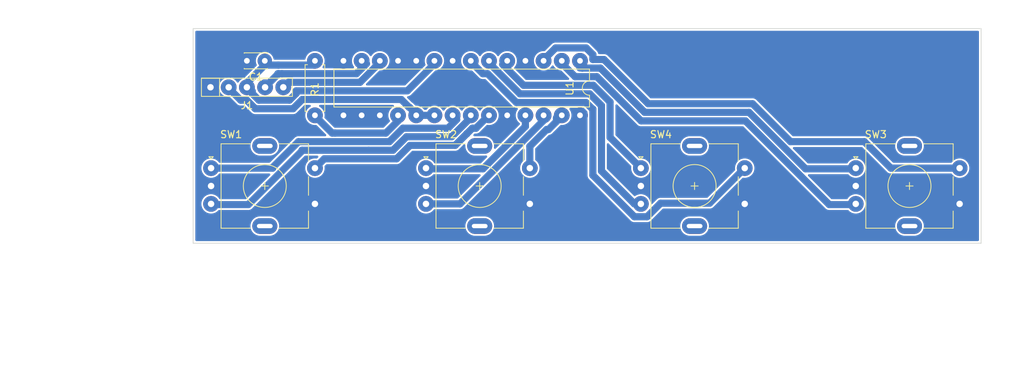
<source format=kicad_pcb>
(kicad_pcb (version 20171130) (host pcbnew "(5.1.6)-1")

  (general
    (thickness 1.6)
    (drawings 6)
    (tracks 130)
    (zones 0)
    (modules 8)
    (nets 19)
  )

  (page A4)
  (layers
    (0 F.Cu signal)
    (31 B.Cu signal)
    (32 B.Adhes user)
    (33 F.Adhes user)
    (34 B.Paste user)
    (35 F.Paste user)
    (36 B.SilkS user)
    (37 F.SilkS user)
    (38 B.Mask user)
    (39 F.Mask user)
    (40 Dwgs.User user)
    (41 Cmts.User user)
    (42 Eco1.User user)
    (43 Eco2.User user)
    (44 Edge.Cuts user)
    (45 Margin user)
    (46 B.CrtYd user)
    (47 F.CrtYd user)
    (48 B.Fab user)
    (49 F.Fab user)
  )

  (setup
    (last_trace_width 1)
    (user_trace_width 0.8)
    (user_trace_width 1)
    (user_trace_width 1.5)
    (user_trace_width 2.2)
    (trace_clearance 0.2)
    (zone_clearance 0.508)
    (zone_45_only no)
    (trace_min 0.2)
    (via_size 0.8)
    (via_drill 0.4)
    (via_min_size 0.4)
    (via_min_drill 0.3)
    (uvia_size 0.3)
    (uvia_drill 0.1)
    (uvias_allowed no)
    (uvia_min_size 0.2)
    (uvia_min_drill 0.1)
    (edge_width 0.1)
    (segment_width 0.2)
    (pcb_text_width 0.3)
    (pcb_text_size 1.5 1.5)
    (mod_edge_width 0.15)
    (mod_text_size 1 1)
    (mod_text_width 0.15)
    (pad_size 1.524 1.524)
    (pad_drill 0.762)
    (pad_to_mask_clearance 0)
    (aux_axis_origin 50 108)
    (grid_origin 50 108)
    (visible_elements FFFFFF7F)
    (pcbplotparams
      (layerselection 0x010fc_ffffffff)
      (usegerberextensions false)
      (usegerberattributes true)
      (usegerberadvancedattributes true)
      (creategerberjobfile true)
      (excludeedgelayer true)
      (linewidth 0.100000)
      (plotframeref false)
      (viasonmask false)
      (mode 1)
      (useauxorigin false)
      (hpglpennumber 1)
      (hpglpenspeed 20)
      (hpglpendiameter 15.000000)
      (psnegative false)
      (psa4output false)
      (plotreference true)
      (plotvalue true)
      (plotinvisibletext false)
      (padsonsilk false)
      (subtractmaskfromsilk false)
      (outputformat 1)
      (mirror false)
      (drillshape 1)
      (scaleselection 1)
      (outputdirectory ""))
  )

  (net 0 "")
  (net 1 +3V3)
  (net 2 GND)
  (net 3 SCL)
  (net 4 SDA)
  (net 5 ROT_INT)
  (net 6 "Net-(R1-Pad2)")
  (net 7 SW1)
  (net 8 ROT1B)
  (net 9 ROT1A)
  (net 10 ROT2A)
  (net 11 ROT2B)
  (net 12 SW2)
  (net 13 SW3)
  (net 14 ROT3B)
  (net 15 ROT3A)
  (net 16 ROT4A)
  (net 17 ROT4B)
  (net 18 SW4)

  (net_class Default "This is the default net class."
    (clearance 0.2)
    (trace_width 0.25)
    (via_dia 0.8)
    (via_drill 0.4)
    (uvia_dia 0.3)
    (uvia_drill 0.1)
    (add_net +3V3)
    (add_net GND)
    (add_net "Net-(R1-Pad2)")
    (add_net ROT1A)
    (add_net ROT1B)
    (add_net ROT2A)
    (add_net ROT2B)
    (add_net ROT3A)
    (add_net ROT3B)
    (add_net ROT4A)
    (add_net ROT4B)
    (add_net ROT_INT)
    (add_net SCL)
    (add_net SDA)
    (add_net SW1)
    (add_net SW2)
    (add_net SW3)
    (add_net SW4)
  )

  (module 0_my_footprints:myCapCeramicSmall (layer F.Cu) (tedit 67A9E63E) (tstamp 67A9E997)
    (at 60 82.5 180)
    (descr "C, Disc series, Radial, pin pitch=2.50mm, , diameter*width=3*2mm^2, Capacitor")
    (tags "C Disc series Radial pin pitch 2.50mm  diameter 3mm width 2mm Capacitor")
    (path /6643CD42)
    (fp_text reference C1 (at 1.25 -2.25) (layer F.SilkS)
      (effects (font (size 1 1) (thickness 0.15)))
    )
    (fp_text value 100nf (at 1.25 2.25) (layer F.Fab)
      (effects (font (size 1 1) (thickness 0.15)))
    )
    (fp_line (start -0.25 -1) (end -0.25 1) (layer F.Fab) (width 0.1))
    (fp_line (start -0.25 1) (end 2.75 1) (layer F.Fab) (width 0.1))
    (fp_line (start 2.75 1) (end 2.75 -1) (layer F.Fab) (width 0.1))
    (fp_line (start 2.75 -1) (end -0.25 -1) (layer F.Fab) (width 0.1))
    (fp_line (start -0.37 -1.12) (end 2.87 -1.12) (layer F.SilkS) (width 0.12))
    (fp_line (start -0.37 1.12) (end 2.87 1.12) (layer F.SilkS) (width 0.12))
    (fp_line (start -0.37 -1.12) (end -0.37 -1.055) (layer F.SilkS) (width 0.12))
    (fp_line (start -0.37 1.055) (end -0.37 1.12) (layer F.SilkS) (width 0.12))
    (fp_line (start 2.87 -1.12) (end 2.87 -1.055) (layer F.SilkS) (width 0.12))
    (fp_line (start 2.87 1.055) (end 2.87 1.12) (layer F.SilkS) (width 0.12))
    (fp_line (start -1.05 -1.25) (end -1.05 1.25) (layer F.CrtYd) (width 0.05))
    (fp_line (start -1.05 1.25) (end 3.55 1.25) (layer F.CrtYd) (width 0.05))
    (fp_line (start 3.55 1.25) (end 3.55 -1.25) (layer F.CrtYd) (width 0.05))
    (fp_line (start 3.55 -1.25) (end -1.05 -1.25) (layer F.CrtYd) (width 0.05))
    (fp_text user %R (at 1.25 0) (layer F.Fab)
      (effects (font (size 0.6 0.6) (thickness 0.09)))
    )
    (pad 1 thru_hole circle (at 0 0 180) (size 2 2) (drill 0.8) (layers *.Cu *.Mask)
      (net 1 +3V3))
    (pad 2 thru_hole circle (at 2.5 0 180) (size 2 2) (drill 0.8) (layers *.Cu *.Mask)
      (net 2 GND))
    (model ${KISYS3DMOD}/Capacitor_THT.3dshapes/C_Disc_D3.0mm_W2.0mm_P2.50mm.wrl
      (at (xyz 0 0 0))
      (scale (xyz 1 1 1))
      (rotate (xyz 0 0 0))
    )
  )

  (module 0_my_footprints:my5Pin (layer F.Cu) (tedit 64C5B4E3) (tstamp 67A9E9A6)
    (at 57.5 86.2)
    (path /663EE45D)
    (fp_text reference J1 (at 0 2.54) (layer F.SilkS)
      (effects (font (size 1 1) (thickness 0.15)))
    )
    (fp_text value Conn_01x05 (at 0 -2.54) (layer F.Fab)
      (effects (font (size 1 1) (thickness 0.15)))
    )
    (fp_line (start -6.35 -1.27) (end -6.35 1.27) (layer F.SilkS) (width 0.12))
    (fp_line (start -6.35 1.27) (end 6.35 1.27) (layer F.SilkS) (width 0.12))
    (fp_line (start 6.35 1.27) (end 6.35 -1.27) (layer F.SilkS) (width 0.12))
    (fp_line (start 6.35 -1.27) (end -6.35 -1.27) (layer F.SilkS) (width 0.12))
    (fp_line (start -6.35 -1.27) (end -3.81 -1.27) (layer F.SilkS) (width 0.12))
    (fp_line (start -3.81 -1.27) (end -3.81 1.27) (layer F.SilkS) (width 0.12))
    (pad 1 thru_hole circle (at -5.08 0) (size 2.2 2.2) (drill 0.9) (layers *.Cu *.Mask)
      (net 2 GND))
    (pad 2 thru_hole circle (at -2.54 0) (size 2.2 2.2) (drill 0.9) (layers *.Cu *.Mask)
      (net 5 ROT_INT))
    (pad 3 thru_hole circle (at 0 0) (size 2.2 2.2) (drill 0.9) (layers *.Cu *.Mask)
      (net 1 +3V3))
    (pad 4 thru_hole circle (at 2.54 0) (size 2.2 2.2) (drill 0.9) (layers *.Cu *.Mask)
      (net 4 SDA))
    (pad 5 thru_hole circle (at 5.08 0) (size 2.2 2.2) (drill 0.9) (layers *.Cu *.Mask)
      (net 3 SCL))
  )

  (module 0_my_footprints:myResistor (layer F.Cu) (tedit 663A7FBA) (tstamp 67A9E9BD)
    (at 67 82.5 270)
    (descr "Resistor, Axial_DIN0207 series, Axial, Horizontal, pin pitch=7.62mm, 0.25W = 1/4W, length*diameter=6.3*2.5mm^2, http://cdn-reichelt.de/documents/datenblatt/B400/1_4W%23YAG.pdf")
    (tags "Resistor Axial_DIN0207 series Axial Horizontal pin pitch 7.62mm 0.25W = 1/4W length 6.3mm diameter 2.5mm")
    (path /6643CB12)
    (fp_text reference R1 (at 4 0 90) (layer F.SilkS)
      (effects (font (size 1 1) (thickness 0.15)))
    )
    (fp_text value 10K (at 3.81 2.37 90) (layer F.Fab)
      (effects (font (size 1 1) (thickness 0.15)))
    )
    (fp_line (start 0.66 -1.25) (end 0.66 1.25) (layer F.Fab) (width 0.1))
    (fp_line (start 0.66 1.25) (end 6.96 1.25) (layer F.Fab) (width 0.1))
    (fp_line (start 6.96 1.25) (end 6.96 -1.25) (layer F.Fab) (width 0.1))
    (fp_line (start 6.96 -1.25) (end 0.66 -1.25) (layer F.Fab) (width 0.1))
    (fp_line (start 0 0) (end 0.66 0) (layer F.Fab) (width 0.1))
    (fp_line (start 7.62 0) (end 6.96 0) (layer F.Fab) (width 0.1))
    (fp_line (start 0.54 -1.04) (end 0.54 -1.37) (layer F.SilkS) (width 0.12))
    (fp_line (start 0.54 -1.37) (end 7.08 -1.37) (layer F.SilkS) (width 0.12))
    (fp_line (start 7.08 -1.37) (end 7.08 -1.04) (layer F.SilkS) (width 0.12))
    (fp_line (start 0.54 1.04) (end 0.54 1.37) (layer F.SilkS) (width 0.12))
    (fp_line (start 0.54 1.37) (end 7.08 1.37) (layer F.SilkS) (width 0.12))
    (fp_line (start 7.08 1.37) (end 7.08 1.04) (layer F.SilkS) (width 0.12))
    (fp_line (start -1.05 -1.5) (end -1.05 1.5) (layer F.CrtYd) (width 0.05))
    (fp_line (start -1.05 1.5) (end 8.67 1.5) (layer F.CrtYd) (width 0.05))
    (fp_line (start 8.67 1.5) (end 8.67 -1.5) (layer F.CrtYd) (width 0.05))
    (fp_line (start 8.67 -1.5) (end -1.05 -1.5) (layer F.CrtYd) (width 0.05))
    (fp_text user %R (at 3.81 0 90) (layer F.Fab)
      (effects (font (size 1 1) (thickness 0.15)))
    )
    (pad 1 thru_hole circle (at 0 0 270) (size 2.2 2.2) (drill 0.8) (layers *.Cu *.Mask)
      (net 1 +3V3))
    (pad 2 thru_hole circle (at 7.62 0 270) (size 2.2 2.2) (drill 0.8) (layers *.Cu *.Mask)
      (net 6 "Net-(R1-Pad2)"))
    (model ${KISYS3DMOD}/Resistor_THT.3dshapes/R_Axial_DIN0207_L6.3mm_D2.5mm_P7.62mm_Horizontal.wrl
      (at (xyz 0 0 0))
      (scale (xyz 1 1 1))
      (rotate (xyz 0 0 0))
    )
  )

  (module 0_my_footprints:myRotaryEncoder (layer F.Cu) (tedit 67A9E49B) (tstamp 67A9E9E3)
    (at 60 100)
    (descr "Alps rotary encoder, EC12E... with switch, vertical shaft, http://www.alps.com/prod/info/E/HTML/Encoder/Incremental/EC11/EC11E15204A3.html")
    (tags "rotary encoder")
    (path /663E57E0)
    (fp_text reference SW1 (at -4.7 -7.2) (layer F.SilkS)
      (effects (font (size 1 1) (thickness 0.15)))
    )
    (fp_text value ROT1 (at 0 7.9) (layer F.Fab)
      (effects (font (size 1 1) (thickness 0.15)))
    )
    (fp_circle (center 0 0) (end 3 0) (layer F.Fab) (width 0.12))
    (fp_circle (center 0 0) (end 3 0) (layer F.SilkS) (width 0.12))
    (fp_line (start 8.5 7.1) (end -9 7.1) (layer F.CrtYd) (width 0.05))
    (fp_line (start 8.5 7.1) (end 8.5 -7.1) (layer F.CrtYd) (width 0.05))
    (fp_line (start -9 -7.1) (end -9 7.1) (layer F.CrtYd) (width 0.05))
    (fp_line (start -9 -7.1) (end 8.5 -7.1) (layer F.CrtYd) (width 0.05))
    (fp_line (start -5 -5.8) (end 6 -5.8) (layer F.Fab) (width 0.12))
    (fp_line (start 6 -5.8) (end 6 5.8) (layer F.Fab) (width 0.12))
    (fp_line (start 6 5.8) (end -6 5.8) (layer F.Fab) (width 0.12))
    (fp_line (start -6 5.8) (end -6 -4.7) (layer F.Fab) (width 0.12))
    (fp_line (start -6 -4.7) (end -5 -5.8) (layer F.Fab) (width 0.12))
    (fp_line (start 2 -5.9) (end 6.1 -5.9) (layer F.SilkS) (width 0.12))
    (fp_line (start 6.1 5.9) (end 2 5.9) (layer F.SilkS) (width 0.12))
    (fp_line (start -2 5.9) (end -6.1 5.9) (layer F.SilkS) (width 0.12))
    (fp_line (start -2 -5.9) (end -6.1 -5.9) (layer F.SilkS) (width 0.12))
    (fp_line (start -6.1 -5.9) (end -6.1 5.9) (layer F.SilkS) (width 0.12))
    (fp_line (start -7.5 -3.8) (end -7.8 -4.1) (layer F.SilkS) (width 0.12))
    (fp_line (start -7.8 -4.1) (end -7.2 -4.1) (layer F.SilkS) (width 0.12))
    (fp_line (start -7.2 -4.1) (end -7.5 -3.8) (layer F.SilkS) (width 0.12))
    (fp_line (start 0 -3) (end 0 3) (layer F.Fab) (width 0.12))
    (fp_line (start -3 0) (end 3 0) (layer F.Fab) (width 0.12))
    (fp_line (start 6.1 -5.9) (end 6.1 -3.5) (layer F.SilkS) (width 0.12))
    (fp_line (start 6.1 -1.3) (end 6.1 1.3) (layer F.SilkS) (width 0.12))
    (fp_line (start 6.1 3.5) (end 6.1 5.9) (layer F.SilkS) (width 0.12))
    (fp_line (start 0 -0.5) (end 0 0.5) (layer F.SilkS) (width 0.12))
    (fp_line (start -0.5 0) (end 0.5 0) (layer F.SilkS) (width 0.12))
    (fp_text user %R (at 3.6 3.8) (layer F.Fab)
      (effects (font (size 1 1) (thickness 0.15)))
    )
    (pad S2 thru_hole circle (at 7 2.5) (size 2.2 2.2) (drill 0.9) (layers *.Cu *.Mask)
      (net 2 GND))
    (pad S1 thru_hole circle (at 7 -2.5) (size 2.2 2.2) (drill 0.9) (layers *.Cu *.Mask)
      (net 7 SW1))
    (pad "" thru_hole oval (at 0 5.6) (size 3.5 2.2) (drill oval 2.2 0.6) (layers *.Cu *.Mask))
    (pad "" thru_hole oval (at 0 -5.6) (size 3.5 2.2) (drill oval 2.2 0.6) (layers *.Cu *.Mask))
    (pad B thru_hole circle (at -7.5 2.5) (size 2.2 2.2) (drill 0.9) (layers *.Cu *.Mask)
      (net 8 ROT1B))
    (pad C thru_hole circle (at -7.5 0) (size 2.2 2.2) (drill 0.9) (layers *.Cu *.Mask)
      (net 2 GND))
    (pad A thru_hole circle (at -7.5 -2.5) (size 2.2 2.2) (drill 0.9) (layers *.Cu *.Mask)
      (net 9 ROT1A))
    (model C:/src/kiCad/libraries/my_3d_files/EC11_Rotary_Encoder_Switched.step
      (at (xyz 0 0 0))
      (scale (xyz 1 1 1))
      (rotate (xyz 0 0 90))
    )
  )

  (module 0_my_footprints:myRotaryEncoder (layer F.Cu) (tedit 67A9E49B) (tstamp 67A9EA09)
    (at 90 100)
    (descr "Alps rotary encoder, EC12E... with switch, vertical shaft, http://www.alps.com/prod/info/E/HTML/Encoder/Incremental/EC11/EC11E15204A3.html")
    (tags "rotary encoder")
    (path /663F3D60)
    (fp_text reference SW2 (at -4.7 -7.2) (layer F.SilkS)
      (effects (font (size 1 1) (thickness 0.15)))
    )
    (fp_text value ROT2 (at 0 7.9) (layer F.Fab)
      (effects (font (size 1 1) (thickness 0.15)))
    )
    (fp_text user %R (at 3.6 3.8) (layer F.Fab)
      (effects (font (size 1 1) (thickness 0.15)))
    )
    (fp_line (start -0.5 0) (end 0.5 0) (layer F.SilkS) (width 0.12))
    (fp_line (start 0 -0.5) (end 0 0.5) (layer F.SilkS) (width 0.12))
    (fp_line (start 6.1 3.5) (end 6.1 5.9) (layer F.SilkS) (width 0.12))
    (fp_line (start 6.1 -1.3) (end 6.1 1.3) (layer F.SilkS) (width 0.12))
    (fp_line (start 6.1 -5.9) (end 6.1 -3.5) (layer F.SilkS) (width 0.12))
    (fp_line (start -3 0) (end 3 0) (layer F.Fab) (width 0.12))
    (fp_line (start 0 -3) (end 0 3) (layer F.Fab) (width 0.12))
    (fp_line (start -7.2 -4.1) (end -7.5 -3.8) (layer F.SilkS) (width 0.12))
    (fp_line (start -7.8 -4.1) (end -7.2 -4.1) (layer F.SilkS) (width 0.12))
    (fp_line (start -7.5 -3.8) (end -7.8 -4.1) (layer F.SilkS) (width 0.12))
    (fp_line (start -6.1 -5.9) (end -6.1 5.9) (layer F.SilkS) (width 0.12))
    (fp_line (start -2 -5.9) (end -6.1 -5.9) (layer F.SilkS) (width 0.12))
    (fp_line (start -2 5.9) (end -6.1 5.9) (layer F.SilkS) (width 0.12))
    (fp_line (start 6.1 5.9) (end 2 5.9) (layer F.SilkS) (width 0.12))
    (fp_line (start 2 -5.9) (end 6.1 -5.9) (layer F.SilkS) (width 0.12))
    (fp_line (start -6 -4.7) (end -5 -5.8) (layer F.Fab) (width 0.12))
    (fp_line (start -6 5.8) (end -6 -4.7) (layer F.Fab) (width 0.12))
    (fp_line (start 6 5.8) (end -6 5.8) (layer F.Fab) (width 0.12))
    (fp_line (start 6 -5.8) (end 6 5.8) (layer F.Fab) (width 0.12))
    (fp_line (start -5 -5.8) (end 6 -5.8) (layer F.Fab) (width 0.12))
    (fp_line (start -9 -7.1) (end 8.5 -7.1) (layer F.CrtYd) (width 0.05))
    (fp_line (start -9 -7.1) (end -9 7.1) (layer F.CrtYd) (width 0.05))
    (fp_line (start 8.5 7.1) (end 8.5 -7.1) (layer F.CrtYd) (width 0.05))
    (fp_line (start 8.5 7.1) (end -9 7.1) (layer F.CrtYd) (width 0.05))
    (fp_circle (center 0 0) (end 3 0) (layer F.SilkS) (width 0.12))
    (fp_circle (center 0 0) (end 3 0) (layer F.Fab) (width 0.12))
    (pad A thru_hole circle (at -7.5 -2.5) (size 2.2 2.2) (drill 0.9) (layers *.Cu *.Mask)
      (net 10 ROT2A))
    (pad C thru_hole circle (at -7.5 0) (size 2.2 2.2) (drill 0.9) (layers *.Cu *.Mask)
      (net 2 GND))
    (pad B thru_hole circle (at -7.5 2.5) (size 2.2 2.2) (drill 0.9) (layers *.Cu *.Mask)
      (net 11 ROT2B))
    (pad "" thru_hole oval (at 0 -5.6) (size 3.5 2.2) (drill oval 2.2 0.6) (layers *.Cu *.Mask))
    (pad "" thru_hole oval (at 0 5.6) (size 3.5 2.2) (drill oval 2.2 0.6) (layers *.Cu *.Mask))
    (pad S1 thru_hole circle (at 7 -2.5) (size 2.2 2.2) (drill 0.9) (layers *.Cu *.Mask)
      (net 12 SW2))
    (pad S2 thru_hole circle (at 7 2.5) (size 2.2 2.2) (drill 0.9) (layers *.Cu *.Mask)
      (net 2 GND))
    (model C:/src/kiCad/libraries/my_3d_files/EC11_Rotary_Encoder_Switched.step
      (at (xyz 0 0 0))
      (scale (xyz 1 1 1))
      (rotate (xyz 0 0 90))
    )
  )

  (module 0_my_footprints:myRotaryEncoder (layer F.Cu) (tedit 67A9E49B) (tstamp 67A9EA2F)
    (at 150 100)
    (descr "Alps rotary encoder, EC12E... with switch, vertical shaft, http://www.alps.com/prod/info/E/HTML/Encoder/Incremental/EC11/EC11E15204A3.html")
    (tags "rotary encoder")
    (path /663F4490)
    (fp_text reference SW3 (at -4.7 -7.2) (layer F.SilkS)
      (effects (font (size 1 1) (thickness 0.15)))
    )
    (fp_text value ROT3 (at 0 7.9) (layer F.Fab)
      (effects (font (size 1 1) (thickness 0.15)))
    )
    (fp_circle (center 0 0) (end 3 0) (layer F.Fab) (width 0.12))
    (fp_circle (center 0 0) (end 3 0) (layer F.SilkS) (width 0.12))
    (fp_line (start 8.5 7.1) (end -9 7.1) (layer F.CrtYd) (width 0.05))
    (fp_line (start 8.5 7.1) (end 8.5 -7.1) (layer F.CrtYd) (width 0.05))
    (fp_line (start -9 -7.1) (end -9 7.1) (layer F.CrtYd) (width 0.05))
    (fp_line (start -9 -7.1) (end 8.5 -7.1) (layer F.CrtYd) (width 0.05))
    (fp_line (start -5 -5.8) (end 6 -5.8) (layer F.Fab) (width 0.12))
    (fp_line (start 6 -5.8) (end 6 5.8) (layer F.Fab) (width 0.12))
    (fp_line (start 6 5.8) (end -6 5.8) (layer F.Fab) (width 0.12))
    (fp_line (start -6 5.8) (end -6 -4.7) (layer F.Fab) (width 0.12))
    (fp_line (start -6 -4.7) (end -5 -5.8) (layer F.Fab) (width 0.12))
    (fp_line (start 2 -5.9) (end 6.1 -5.9) (layer F.SilkS) (width 0.12))
    (fp_line (start 6.1 5.9) (end 2 5.9) (layer F.SilkS) (width 0.12))
    (fp_line (start -2 5.9) (end -6.1 5.9) (layer F.SilkS) (width 0.12))
    (fp_line (start -2 -5.9) (end -6.1 -5.9) (layer F.SilkS) (width 0.12))
    (fp_line (start -6.1 -5.9) (end -6.1 5.9) (layer F.SilkS) (width 0.12))
    (fp_line (start -7.5 -3.8) (end -7.8 -4.1) (layer F.SilkS) (width 0.12))
    (fp_line (start -7.8 -4.1) (end -7.2 -4.1) (layer F.SilkS) (width 0.12))
    (fp_line (start -7.2 -4.1) (end -7.5 -3.8) (layer F.SilkS) (width 0.12))
    (fp_line (start 0 -3) (end 0 3) (layer F.Fab) (width 0.12))
    (fp_line (start -3 0) (end 3 0) (layer F.Fab) (width 0.12))
    (fp_line (start 6.1 -5.9) (end 6.1 -3.5) (layer F.SilkS) (width 0.12))
    (fp_line (start 6.1 -1.3) (end 6.1 1.3) (layer F.SilkS) (width 0.12))
    (fp_line (start 6.1 3.5) (end 6.1 5.9) (layer F.SilkS) (width 0.12))
    (fp_line (start 0 -0.5) (end 0 0.5) (layer F.SilkS) (width 0.12))
    (fp_line (start -0.5 0) (end 0.5 0) (layer F.SilkS) (width 0.12))
    (fp_text user %R (at 3.6 3.8) (layer F.Fab)
      (effects (font (size 1 1) (thickness 0.15)))
    )
    (pad S2 thru_hole circle (at 7 2.5) (size 2.2 2.2) (drill 0.9) (layers *.Cu *.Mask)
      (net 2 GND))
    (pad S1 thru_hole circle (at 7 -2.5) (size 2.2 2.2) (drill 0.9) (layers *.Cu *.Mask)
      (net 13 SW3))
    (pad "" thru_hole oval (at 0 5.6) (size 3.5 2.2) (drill oval 2.2 0.6) (layers *.Cu *.Mask))
    (pad "" thru_hole oval (at 0 -5.6) (size 3.5 2.2) (drill oval 2.2 0.6) (layers *.Cu *.Mask))
    (pad B thru_hole circle (at -7.5 2.5) (size 2.2 2.2) (drill 0.9) (layers *.Cu *.Mask)
      (net 14 ROT3B))
    (pad C thru_hole circle (at -7.5 0) (size 2.2 2.2) (drill 0.9) (layers *.Cu *.Mask)
      (net 2 GND))
    (pad A thru_hole circle (at -7.5 -2.5) (size 2.2 2.2) (drill 0.9) (layers *.Cu *.Mask)
      (net 15 ROT3A))
    (model C:/src/kiCad/libraries/my_3d_files/EC11_Rotary_Encoder_Switched.step
      (at (xyz 0 0 0))
      (scale (xyz 1 1 1))
      (rotate (xyz 0 0 90))
    )
  )

  (module 0_my_footprints:myRotaryEncoder (layer F.Cu) (tedit 67A9E49B) (tstamp 67A9EA55)
    (at 120 100)
    (descr "Alps rotary encoder, EC12E... with switch, vertical shaft, http://www.alps.com/prod/info/E/HTML/Encoder/Incremental/EC11/EC11E15204A3.html")
    (tags "rotary encoder")
    (path /663F4B46)
    (fp_text reference SW4 (at -4.7 -7.2) (layer F.SilkS)
      (effects (font (size 1 1) (thickness 0.15)))
    )
    (fp_text value ROT4 (at 0 7.9) (layer F.Fab)
      (effects (font (size 1 1) (thickness 0.15)))
    )
    (fp_text user %R (at 3.6 3.8) (layer F.Fab)
      (effects (font (size 1 1) (thickness 0.15)))
    )
    (fp_line (start -0.5 0) (end 0.5 0) (layer F.SilkS) (width 0.12))
    (fp_line (start 0 -0.5) (end 0 0.5) (layer F.SilkS) (width 0.12))
    (fp_line (start 6.1 3.5) (end 6.1 5.9) (layer F.SilkS) (width 0.12))
    (fp_line (start 6.1 -1.3) (end 6.1 1.3) (layer F.SilkS) (width 0.12))
    (fp_line (start 6.1 -5.9) (end 6.1 -3.5) (layer F.SilkS) (width 0.12))
    (fp_line (start -3 0) (end 3 0) (layer F.Fab) (width 0.12))
    (fp_line (start 0 -3) (end 0 3) (layer F.Fab) (width 0.12))
    (fp_line (start -7.2 -4.1) (end -7.5 -3.8) (layer F.SilkS) (width 0.12))
    (fp_line (start -7.8 -4.1) (end -7.2 -4.1) (layer F.SilkS) (width 0.12))
    (fp_line (start -7.5 -3.8) (end -7.8 -4.1) (layer F.SilkS) (width 0.12))
    (fp_line (start -6.1 -5.9) (end -6.1 5.9) (layer F.SilkS) (width 0.12))
    (fp_line (start -2 -5.9) (end -6.1 -5.9) (layer F.SilkS) (width 0.12))
    (fp_line (start -2 5.9) (end -6.1 5.9) (layer F.SilkS) (width 0.12))
    (fp_line (start 6.1 5.9) (end 2 5.9) (layer F.SilkS) (width 0.12))
    (fp_line (start 2 -5.9) (end 6.1 -5.9) (layer F.SilkS) (width 0.12))
    (fp_line (start -6 -4.7) (end -5 -5.8) (layer F.Fab) (width 0.12))
    (fp_line (start -6 5.8) (end -6 -4.7) (layer F.Fab) (width 0.12))
    (fp_line (start 6 5.8) (end -6 5.8) (layer F.Fab) (width 0.12))
    (fp_line (start 6 -5.8) (end 6 5.8) (layer F.Fab) (width 0.12))
    (fp_line (start -5 -5.8) (end 6 -5.8) (layer F.Fab) (width 0.12))
    (fp_line (start -9 -7.1) (end 8.5 -7.1) (layer F.CrtYd) (width 0.05))
    (fp_line (start -9 -7.1) (end -9 7.1) (layer F.CrtYd) (width 0.05))
    (fp_line (start 8.5 7.1) (end 8.5 -7.1) (layer F.CrtYd) (width 0.05))
    (fp_line (start 8.5 7.1) (end -9 7.1) (layer F.CrtYd) (width 0.05))
    (fp_circle (center 0 0) (end 3 0) (layer F.SilkS) (width 0.12))
    (fp_circle (center 0 0) (end 3 0) (layer F.Fab) (width 0.12))
    (pad A thru_hole circle (at -7.5 -2.5) (size 2.2 2.2) (drill 0.9) (layers *.Cu *.Mask)
      (net 16 ROT4A))
    (pad C thru_hole circle (at -7.5 0) (size 2.2 2.2) (drill 0.9) (layers *.Cu *.Mask)
      (net 2 GND))
    (pad B thru_hole circle (at -7.5 2.5) (size 2.2 2.2) (drill 0.9) (layers *.Cu *.Mask)
      (net 17 ROT4B))
    (pad "" thru_hole oval (at 0 -5.6) (size 3.5 2.2) (drill oval 2.2 0.6) (layers *.Cu *.Mask))
    (pad "" thru_hole oval (at 0 5.6) (size 3.5 2.2) (drill oval 2.2 0.6) (layers *.Cu *.Mask))
    (pad S1 thru_hole circle (at 7 -2.5) (size 2.2 2.2) (drill 0.9) (layers *.Cu *.Mask)
      (net 18 SW4))
    (pad S2 thru_hole circle (at 7 2.5) (size 2.2 2.2) (drill 0.9) (layers *.Cu *.Mask)
      (net 2 GND))
    (model C:/src/kiCad/libraries/my_3d_files/EC11_Rotary_Encoder_Switched.step
      (at (xyz 0 0 0))
      (scale (xyz 1 1 1))
      (rotate (xyz 0 0 90))
    )
  )

  (module 0_my_footprints:myDip28 (layer F.Cu) (tedit 67A9E55E) (tstamp 67A9EA85)
    (at 104 82.5 270)
    (descr "28-lead though-hole mounted DIP package, row spacing 7.62 mm (300 mils)")
    (tags "THT DIP DIL PDIP 2.54mm 7.62mm 300mil")
    (path /663ECAFA)
    (fp_text reference U1 (at 3.874999 1.424999 90) (layer F.SilkS)
      (effects (font (size 1 1) (thickness 0.15)))
    )
    (fp_text value mcp23017 (at 3.5 36 90) (layer F.Fab)
      (effects (font (size 1 1) (thickness 0.15)))
    )
    (fp_line (start 8.7 -1.55) (end -1.1 -1.55) (layer F.CrtYd) (width 0.05))
    (fp_line (start 8.7 34.55) (end 8.7 -1.55) (layer F.CrtYd) (width 0.05))
    (fp_line (start -1.1 34.55) (end 8.7 34.55) (layer F.CrtYd) (width 0.05))
    (fp_line (start -1.1 -1.55) (end -1.1 34.55) (layer F.CrtYd) (width 0.05))
    (fp_line (start 6.46 -1.33) (end 4.81 -1.33) (layer F.SilkS) (width 0.12))
    (fp_line (start 6.46 34.35) (end 6.46 -1.33) (layer F.SilkS) (width 0.12))
    (fp_line (start 1.16 34.35) (end 6.46 34.35) (layer F.SilkS) (width 0.12))
    (fp_line (start 1.16 -1.33) (end 1.16 34.35) (layer F.SilkS) (width 0.12))
    (fp_line (start 2.81 -1.33) (end 1.16 -1.33) (layer F.SilkS) (width 0.12))
    (fp_line (start 0.635 -0.27) (end 1.635 -1.27) (layer F.Fab) (width 0.1))
    (fp_line (start 0.635 34.29) (end 0.635 -0.27) (layer F.Fab) (width 0.1))
    (fp_line (start 6.985 34.29) (end 0.635 34.29) (layer F.Fab) (width 0.1))
    (fp_line (start 6.985 -1.27) (end 6.985 34.29) (layer F.Fab) (width 0.1))
    (fp_line (start 1.635 -1.27) (end 6.985 -1.27) (layer F.Fab) (width 0.1))
    (fp_arc (start 3.81 -1.33) (end 2.81 -1.33) (angle -180) (layer F.SilkS) (width 0.12))
    (fp_text user %R (at 3.81 16.51 90) (layer F.Fab)
      (effects (font (size 1 1) (thickness 0.15)))
    )
    (pad 1 thru_hole circle (at 0 0 270) (size 2.2 2.2) (drill 0.8) (layers *.Cu *.Mask)
      (net 15 ROT3A))
    (pad 15 thru_hole circle (at 7.62 33.02 270) (size 2.2 2.2) (drill 0.8) (layers *.Cu *.Mask)
      (net 2 GND))
    (pad 2 thru_hole circle (at 0 2.54 270) (size 2.2 2.2) (drill 0.8) (layers *.Cu *.Mask)
      (net 14 ROT3B))
    (pad 16 thru_hole circle (at 7.62 30.48 270) (size 2.2 2.2) (drill 0.8) (layers *.Cu *.Mask)
      (net 2 GND))
    (pad 3 thru_hole circle (at 0 5.08 270) (size 2.2 2.2) (drill 0.8) (layers *.Cu *.Mask)
      (net 13 SW3))
    (pad 17 thru_hole circle (at 7.62 27.94 270) (size 2.2 2.2) (drill 0.8) (layers *.Cu *.Mask)
      (net 2 GND))
    (pad 4 thru_hole circle (at 0 7.62 270) (size 2.2 2.2) (drill 0.8) (layers *.Cu *.Mask)
      (net 2 GND))
    (pad 18 thru_hole circle (at 7.62 25.4 270) (size 2.2 2.2) (drill 0.8) (layers *.Cu *.Mask)
      (net 6 "Net-(R1-Pad2)"))
    (pad 5 thru_hole circle (at 0 10.16 270) (size 2.2 2.2) (drill 0.8) (layers *.Cu *.Mask)
      (net 16 ROT4A))
    (pad 19 thru_hole circle (at 7.62 22.86 270) (size 2.2 2.2) (drill 0.8) (layers *.Cu *.Mask)
      (net 5 ROT_INT))
    (pad 6 thru_hole circle (at 0 12.7 270) (size 2.2 2.2) (drill 0.8) (layers *.Cu *.Mask)
      (net 17 ROT4B))
    (pad 20 thru_hole circle (at 7.62 20.32 270) (size 2.2 2.2) (drill 0.8) (layers *.Cu *.Mask)
      (net 5 ROT_INT))
    (pad 7 thru_hole circle (at 0 15.24 270) (size 2.2 2.2) (drill 0.8) (layers *.Cu *.Mask)
      (net 18 SW4))
    (pad 21 thru_hole circle (at 7.62 17.78 270) (size 2.2 2.2) (drill 0.8) (layers *.Cu *.Mask)
      (net 9 ROT1A))
    (pad 8 thru_hole circle (at 0 17.78 270) (size 2.2 2.2) (drill 0.8) (layers *.Cu *.Mask)
      (net 2 GND))
    (pad 22 thru_hole circle (at 7.62 15.24 270) (size 2.2 2.2) (drill 0.8) (layers *.Cu *.Mask)
      (net 8 ROT1B))
    (pad 9 thru_hole circle (at 0 20.32 270) (size 2.2 2.2) (drill 0.8) (layers *.Cu *.Mask)
      (net 1 +3V3))
    (pad 23 thru_hole circle (at 7.62 12.7 270) (size 2.2 2.2) (drill 0.8) (layers *.Cu *.Mask)
      (net 7 SW1))
    (pad 10 thru_hole circle (at 0 22.86 270) (size 2.2 2.2) (drill 0.8) (layers *.Cu *.Mask)
      (net 2 GND))
    (pad 24 thru_hole circle (at 7.62 10.16 270) (size 2.2 2.2) (drill 0.8) (layers *.Cu *.Mask)
      (net 2 GND))
    (pad 11 thru_hole circle (at 0 25.4 270) (size 2.2 2.2) (drill 0.8) (layers *.Cu *.Mask)
      (net 2 GND))
    (pad 25 thru_hole circle (at 7.62 7.62 270) (size 2.2 2.2) (drill 0.8) (layers *.Cu *.Mask)
      (net 10 ROT2A))
    (pad 12 thru_hole circle (at 0 27.94 270) (size 2.2 2.2) (drill 0.8) (layers *.Cu *.Mask)
      (net 3 SCL))
    (pad 26 thru_hole circle (at 7.62 5.08 270) (size 2.2 2.2) (drill 0.8) (layers *.Cu *.Mask)
      (net 11 ROT2B))
    (pad 13 thru_hole circle (at 0 30.48 270) (size 2.2 2.2) (drill 0.8) (layers *.Cu *.Mask)
      (net 4 SDA))
    (pad 27 thru_hole circle (at 7.62 2.54 270) (size 2.2 2.2) (drill 0.8) (layers *.Cu *.Mask)
      (net 12 SW2))
    (pad 14 thru_hole circle (at 0 33.02 270) (size 2.2 2.2) (drill 0.8) (layers *.Cu *.Mask)
      (net 2 GND))
    (pad 28 thru_hole circle (at 7.62 0 270) (size 2.2 2.2) (drill 0.8) (layers *.Cu *.Mask)
      (net 2 GND))
    (model ${KISYS3DMOD}/Package_DIP.3dshapes/DIP-28_W7.62mm.wrl
      (at (xyz 0 0 0))
      (scale (xyz 1 1 1))
      (rotate (xyz 0 0 0))
    )
  )

  (gr_line (start 160 78) (end 160 108) (layer Edge.Cuts) (width 0.1) (tstamp 67A9FBE7))
  (gr_line (start 50 78) (end 160 78) (layer Edge.Cuts) (width 0.1))
  (gr_line (start 50 108) (end 50 78) (layer Edge.Cuts) (width 0.1))
  (gr_line (start 50 108) (end 160 108) (layer Edge.Cuts) (width 0.1))
  (dimension 30 (width 0.15) (layer Dwgs.User)
    (gr_text "30.000 mm" (at 26.7 93 90) (layer Dwgs.User)
      (effects (font (size 1 1) (thickness 0.15)))
    )
    (feature1 (pts (xy 50 78) (xy 27.413579 78)))
    (feature2 (pts (xy 50 108) (xy 27.413579 108)))
    (crossbar (pts (xy 28 108) (xy 28 78)))
    (arrow1a (pts (xy 28 78) (xy 28.586421 79.126504)))
    (arrow1b (pts (xy 28 78) (xy 27.413579 79.126504)))
    (arrow2a (pts (xy 28 108) (xy 28.586421 106.873496)))
    (arrow2b (pts (xy 28 108) (xy 27.413579 106.873496)))
  )
  (dimension 110 (width 0.15) (layer Dwgs.User)
    (gr_text "110.000 mm" (at 105 128.3) (layer Dwgs.User)
      (effects (font (size 1 1) (thickness 0.15)))
    )
    (feature1 (pts (xy 160 108) (xy 160 127.586421)))
    (feature2 (pts (xy 50 108) (xy 50 127.586421)))
    (crossbar (pts (xy 50 127) (xy 160 127)))
    (arrow1a (pts (xy 160 127) (xy 158.873496 127.586421)))
    (arrow1b (pts (xy 160 127) (xy 158.873496 126.413579)))
    (arrow2a (pts (xy 50 127) (xy 51.126504 127.586421)))
    (arrow2b (pts (xy 50 127) (xy 51.126504 126.413579)))
  )

  (segment (start 58.239999 86.739999) (end 57.7 86.2) (width 1) (layer B.Cu) (net 1))
  (segment (start 58.239999 87.064001) (end 58.239999 86.739999) (width 1) (layer B.Cu) (net 1))
  (segment (start 59.175999 88.000001) (end 58.239999 87.064001) (width 1) (layer B.Cu) (net 1))
  (segment (start 79.899979 86.700021) (end 64.380001 86.700021) (width 1) (layer B.Cu) (net 1))
  (segment (start 83.8 82.8) (end 79.899979 86.700021) (width 1) (layer B.Cu) (net 1))
  (segment (start 64.380001 86.700021) (end 64.380001 87.064001) (width 1) (layer B.Cu) (net 1))
  (segment (start 57.7 86.2) (end 57.5 86.2) (width 1) (layer B.Cu) (net 1))
  (segment (start 64.380001 87.064001) (end 63.444001 88.000001) (width 1) (layer B.Cu) (net 1))
  (segment (start 63.444001 88.000001) (end 59.175999 88.000001) (width 1) (layer B.Cu) (net 1))
  (segment (start 57.5 86.2) (end 57.5 85.6) (width 1) (layer B.Cu) (net 1))
  (segment (start 57.5 85.6) (end 60.000009 83.099991) (width 1) (layer B.Cu) (net 1))
  (segment (start 60.000009 83.099991) (end 61.887305 83.099991) (width 1) (layer B.Cu) (net 1))
  (segment (start 61.887305 83.099991) (end 66.8 83.099991) (width 1) (layer B.Cu) (net 1))
  (segment (start 76.06 82.5) (end 75.9 82.5) (width 1) (layer B.Cu) (net 3))
  (segment (start 75.400009 83.397061) (end 75.402939 83.397061) (width 1) (layer B.Cu) (net 3))
  (segment (start 76.06 82.73707) (end 75.400009 83.397061) (width 1) (layer B.Cu) (net 3))
  (segment (start 76.06 82.5) (end 76.06 82.73707) (width 1) (layer B.Cu) (net 3))
  (segment (start 63.299989 85.500011) (end 62.6 86.2) (width 1) (layer B.Cu) (net 3))
  (segment (start 75.400009 83.397061) (end 73.297059 85.500011) (width 1) (layer B.Cu) (net 3))
  (segment (start 73.297059 85.500011) (end 63.299989 85.500011) (width 1) (layer B.Cu) (net 3))
  (segment (start 62.384365 84.300001) (end 72.799999 84.300001) (width 1) (layer B.Cu) (net 4))
  (segment (start 72.799999 84.300001) (end 74.2 82.9) (width 1) (layer B.Cu) (net 4))
  (segment (start 61.9 84.300001) (end 60.200001 86) (width 1) (layer B.Cu) (net 4))
  (segment (start 62.384365 84.300001) (end 61.815997 84.300001) (width 1) (layer B.Cu) (net 4))
  (segment (start 55.1 86.464002) (end 55.1 86.3) (width 1) (layer B.Cu) (net 5))
  (segment (start 58.678938 89.20001) (end 57.478929 88.000001) (width 1) (layer B.Cu) (net 5))
  (segment (start 57.478929 88.000001) (end 56.635999 88.000001) (width 1) (layer B.Cu) (net 5))
  (segment (start 63.941061 89.200011) (end 58.678938 89.20001) (width 1) (layer B.Cu) (net 5))
  (segment (start 56.635999 88.000001) (end 55.1 86.464002) (width 1) (layer B.Cu) (net 5))
  (segment (start 83.68 90.12) (end 81.32 90.12) (width 1) (layer B.Cu) (net 5))
  (segment (start 81.32 90.12) (end 80.2 89) (width 1) (layer B.Cu) (net 5))
  (segment (start 80.2 89) (end 80.144002 89) (width 1) (layer B.Cu) (net 5))
  (segment (start 65.241041 87.900031) (end 63.941061 89.200011) (width 1) (layer B.Cu) (net 5))
  (segment (start 80.144002 89) (end 79.044033 87.900031) (width 1) (layer B.Cu) (net 5))
  (segment (start 79.044033 87.900031) (end 65.241041 87.900031) (width 1) (layer B.Cu) (net 5))
  (segment (start 78.6 90.12) (end 78.6 90.90293) (width 1) (layer B.Cu) (net 6))
  (segment (start 78.6 90.90293) (end 76.90294 92.59999) (width 1) (layer B.Cu) (net 6))
  (segment (start 69.80001 92.59999) (end 69.39999 92.59999) (width 1) (layer B.Cu) (net 6))
  (segment (start 76.90294 92.59999) (end 69.80001 92.59999) (width 1) (layer B.Cu) (net 6))
  (segment (start 69.39999 92.59999) (end 67 90.2) (width 1) (layer B.Cu) (net 6))
  (segment (start 89.474121 91.920019) (end 91.09414 90.3) (width 1) (layer B.Cu) (net 7) (tstamp 67A9F875))
  (segment (start 88.19414 92.7) (end 88.2 92.7) (width 1) (layer B.Cu) (net 7))
  (segment (start 86.574121 94.320019) (end 88.19414 92.7) (width 1) (layer B.Cu) (net 7))
  (segment (start 78.39412 96.20002) (end 80.274121 94.320019) (width 1) (layer B.Cu) (net 7))
  (segment (start 68.29998 96.20002) (end 78.39412 96.20002) (width 1) (layer B.Cu) (net 7))
  (segment (start 67 97.5) (end 68.29998 96.20002) (width 1) (layer B.Cu) (net 7))
  (segment (start 88.2 92.7) (end 88.2 92.69414) (width 1) (layer B.Cu) (net 7))
  (segment (start 88.2 92.69414) (end 88.974139 91.920001) (width 1) (layer B.Cu) (net 7))
  (segment (start 80.274121 94.320019) (end 86.574121 94.320019) (width 1) (layer B.Cu) (net 7))
  (segment (start 89.474103 91.920001) (end 89.474121 91.920019) (width 1) (layer B.Cu) (net 7))
  (segment (start 88.974139 91.920001) (end 89.474103 91.920001) (width 1) (layer B.Cu) (net 7))
  (segment (start 65.19706 95.10001) (end 57.69707 102.6) (width 1) (layer B.Cu) (net 8))
  (segment (start 65.19706 95.00001) (end 65.19706 95.10001) (width 1) (layer B.Cu) (net 8))
  (segment (start 57.69707 102.6) (end 52.5 102.6) (width 1) (layer B.Cu) (net 8))
  (segment (start 74.49999 95.00001) (end 65.19706 95.00001) (width 1) (layer B.Cu) (net 8))
  (segment (start 74.49999 95.00001) (end 77.897061 95.000009) (width 1) (layer B.Cu) (net 8))
  (segment (start 77.897061 95.000009) (end 79.777059 93.120011) (width 1) (layer B.Cu) (net 8))
  (segment (start 86.07706 93.12001) (end 89.1 90.09707) (width 1) (layer B.Cu) (net 8))
  (segment (start 79.777059 93.120011) (end 86.07706 93.12001) (width 1) (layer B.Cu) (net 8))
  (segment (start 61.1 97.5) (end 61.1 97.4) (width 1) (layer B.Cu) (net 9))
  (segment (start 52.4 97.5) (end 61.1 97.5) (width 1) (layer B.Cu) (net 9))
  (segment (start 61.1 97.4) (end 64.7 93.8) (width 1) (layer B.Cu) (net 9))
  (segment (start 64.7 93.8) (end 77.4 93.8) (width 1) (layer B.Cu) (net 9))
  (segment (start 77.4 93.8) (end 79.279999 91.920001) (width 1) (layer B.Cu) (net 9))
  (segment (start 79.279999 91.920001) (end 85.579999 91.920001) (width 1) (layer B.Cu) (net 9))
  (segment (start 85.579999 91.920001) (end 86.8 90.7) (width 1) (layer B.Cu) (net 9))
  (segment (start 96.38 91.675634) (end 90.455634 97.6) (width 1) (layer B.Cu) (net 10))
  (segment (start 96.38 90.12) (end 96.38 91.675634) (width 1) (layer B.Cu) (net 10))
  (segment (start 90.455634 97.6) (end 82.6 97.6) (width 1) (layer B.Cu) (net 10))
  (segment (start 98.92 90.12) (end 98.92 90.832704) (width 1) (layer B.Cu) (net 11))
  (segment (start 98.92 90.832704) (end 87.252704 102.5) (width 1) (layer B.Cu) (net 11))
  (segment (start 87.252704 102.5) (end 82.5 102.5) (width 1) (layer B.Cu) (net 11))
  (segment (start 100.720001 90.984001) (end 99.604002 92.1) (width 1) (layer B.Cu) (net 12))
  (segment (start 100.720001 90.479999) (end 100.720001 90.984001) (width 1) (layer B.Cu) (net 12))
  (segment (start 101.46 90.12) (end 101.08 90.12) (width 1) (layer B.Cu) (net 12))
  (segment (start 99.604002 92.1) (end 99.349774 92.1) (width 1) (layer B.Cu) (net 12))
  (segment (start 101.08 90.12) (end 100.720001 90.479999) (width 1) (layer B.Cu) (net 12))
  (segment (start 99.349774 92.1) (end 97 94.449774) (width 1) (layer B.Cu) (net 12))
  (segment (start 97 94.449774) (end 97 97.5) (width 1) (layer B.Cu) (net 12))
  (segment (start 157 97.5) (end 147.4 97.5) (width 1) (layer B.Cu) (net 13))
  (segment (start 147.4 97.5) (end 143.7 93.8) (width 1) (layer B.Cu) (net 13))
  (segment (start 143.7 93.8) (end 133.39414 93.8) (width 1) (layer B.Cu) (net 13))
  (segment (start 133.39414 93.8) (end 128.09412 88.49998) (width 1) (layer B.Cu) (net 13))
  (segment (start 128.09412 88.49998) (end 113.529332 88.49998) (width 1) (layer B.Cu) (net 13))
  (segment (start 113.529332 88.49998) (end 107.349304 82.319952) (width 1) (layer B.Cu) (net 13))
  (segment (start 107.349304 82.319952) (end 105.800001 82.319952) (width 1) (layer B.Cu) (net 13))
  (segment (start 100.595999 80.699999) (end 98.8 82.495998) (width 1) (layer B.Cu) (net 13))
  (segment (start 105.800001 82.319952) (end 105.800001 81.635999) (width 1) (layer B.Cu) (net 13))
  (segment (start 104.864001 80.699999) (end 100.595999 80.699999) (width 1) (layer B.Cu) (net 13))
  (segment (start 105.800001 81.635999) (end 104.864001 80.699999) (width 1) (layer B.Cu) (net 13))
  (segment (start 101.46 82.5) (end 101.46 82.86) (width 1) (layer B.Cu) (net 14))
  (segment (start 101.46 82.86) (end 103.319969 84.719969) (width 1) (layer B.Cu) (net 14))
  (segment (start 103.319969 84.719969) (end 106.355182 84.71997) (width 1) (layer B.Cu) (net 14))
  (segment (start 106.355182 84.71997) (end 112.535212 90.9) (width 1) (layer B.Cu) (net 14))
  (segment (start 112.535212 90.9) (end 127.1 90.9) (width 1) (layer B.Cu) (net 14))
  (segment (start 127.1 90.9) (end 138.8 102.6) (width 1) (layer B.Cu) (net 14))
  (segment (start 138.8 102.6) (end 142.5 102.6) (width 1) (layer B.Cu) (net 14))
  (segment (start 104 82.5) (end 104 83.5) (width 1) (layer B.Cu) (net 15))
  (segment (start 104.3 83.5) (end 104.31996 83.51996) (width 1) (layer B.Cu) (net 15))
  (segment (start 104 83.5) (end 104.3 83.5) (width 1) (layer B.Cu) (net 15))
  (segment (start 104.31996 83.51996) (end 106.852243 83.519961) (width 1) (layer B.Cu) (net 15))
  (segment (start 113.032272 89.69999) (end 127.59706 89.69999) (width 1) (layer B.Cu) (net 15))
  (segment (start 106.852243 83.519961) (end 113.032272 89.69999) (width 1) (layer B.Cu) (net 15))
  (segment (start 127.59706 89.69999) (end 127.597061 89.699991) (width 1) (layer B.Cu) (net 15))
  (segment (start 127.597061 89.699991) (end 135.49707 97.6) (width 1) (layer B.Cu) (net 15))
  (segment (start 135.49707 97.6) (end 142.5 97.6) (width 1) (layer B.Cu) (net 15))
  (segment (start 108.200021 93.200021) (end 112.5 97.5) (width 1) (layer B.Cu) (net 16))
  (segment (start 108.20002 88.261878) (end 108.200021 93.200021) (width 1) (layer B.Cu) (net 16))
  (segment (start 96.119979 85.919979) (end 105.858121 85.919979) (width 1) (layer B.Cu) (net 16))
  (segment (start 105.858121 85.919979) (end 108.20002 88.261878) (width 1) (layer B.Cu) (net 16))
  (segment (start 93.2 83) (end 96.119979 85.919979) (width 1) (layer B.Cu) (net 16))
  (segment (start 111.6 102.5) (end 107.000011 97.900011) (width 1) (layer B.Cu) (net 17))
  (segment (start 112.5 102.5) (end 111.6 102.5) (width 1) (layer B.Cu) (net 17))
  (segment (start 107.000011 97.900011) (end 107.000011 88.758939) (width 1) (layer B.Cu) (net 17))
  (segment (start 106.670536 88.429464) (end 107.000011 88.758939) (width 1) (layer B.Cu) (net 17))
  (segment (start 105.361061 87.119989) (end 106.670536 88.429464) (width 1) (layer B.Cu) (net 17))
  (segment (start 95.622919 87.119989) (end 105.361061 87.119989) (width 1) (layer B.Cu) (net 17))
  (segment (start 91.2 82.69707) (end 95.622919 87.119989) (width 1) (layer B.Cu) (net 17))
  (segment (start 90.435999 84.300001) (end 88.7 82.564002) (width 1) (layer B.Cu) (net 18))
  (segment (start 105.800001 98.500001) (end 105.800001 89.255999) (width 1) (layer B.Cu) (net 18))
  (segment (start 113.364001 104.300001) (end 111.600001 104.300001) (width 1) (layer B.Cu) (net 18))
  (segment (start 111.600001 104.300001) (end 105.800001 98.500001) (width 1) (layer B.Cu) (net 18))
  (segment (start 115.264002 102.4) (end 113.364001 104.300001) (width 1) (layer B.Cu) (net 18))
  (segment (start 122.1 102.4) (end 115.264002 102.4) (width 1) (layer B.Cu) (net 18))
  (segment (start 127 97.5) (end 122.1 102.4) (width 1) (layer B.Cu) (net 18))
  (segment (start 105.800001 89.255999) (end 105.758928 89.255998) (width 1) (layer B.Cu) (net 18))
  (segment (start 105.758928 89.255998) (end 104.822929 88.319999) (width 1) (layer B.Cu) (net 18))
  (segment (start 104.822929 88.319999) (end 95.125859 88.319999) (width 1) (layer B.Cu) (net 18))
  (segment (start 95.125859 88.319999) (end 91.105861 84.300001) (width 1) (layer B.Cu) (net 18))
  (segment (start 91.105861 84.300001) (end 90.435999 84.300001) (width 1) (layer B.Cu) (net 18))

  (zone (net 2) (net_name GND) (layer B.Cu) (tstamp 0) (hatch edge 0.508)
    (connect_pads yes (clearance 0.25))
    (min_thickness 0.3)
    (fill yes (arc_segments 32) (thermal_gap 0.508) (thermal_bridge_width 0.508))
    (polygon
      (pts
        (xy 166 117.5) (xy 44.5 117) (xy 44.5 74) (xy 166 74)
      )
    )
    (filled_polygon
      (pts
        (xy 159.550001 107.55) (xy 50.45 107.55) (xy 50.45 105.6) (xy 57.842743 105.6) (xy 57.871705 105.894051)
        (xy 57.957476 106.176802) (xy 58.096762 106.437387) (xy 58.284208 106.665792) (xy 58.512613 106.853238) (xy 58.773198 106.992524)
        (xy 59.055949 107.078295) (xy 59.27632 107.1) (xy 60.72368 107.1) (xy 60.944051 107.078295) (xy 61.226802 106.992524)
        (xy 61.487387 106.853238) (xy 61.715792 106.665792) (xy 61.903238 106.437387) (xy 62.042524 106.176802) (xy 62.128295 105.894051)
        (xy 62.157257 105.6) (xy 87.842743 105.6) (xy 87.871705 105.894051) (xy 87.957476 106.176802) (xy 88.096762 106.437387)
        (xy 88.284208 106.665792) (xy 88.512613 106.853238) (xy 88.773198 106.992524) (xy 89.055949 107.078295) (xy 89.27632 107.1)
        (xy 90.72368 107.1) (xy 90.944051 107.078295) (xy 91.226802 106.992524) (xy 91.487387 106.853238) (xy 91.715792 106.665792)
        (xy 91.903238 106.437387) (xy 92.042524 106.176802) (xy 92.128295 105.894051) (xy 92.157257 105.6) (xy 117.842743 105.6)
        (xy 117.871705 105.894051) (xy 117.957476 106.176802) (xy 118.096762 106.437387) (xy 118.284208 106.665792) (xy 118.512613 106.853238)
        (xy 118.773198 106.992524) (xy 119.055949 107.078295) (xy 119.27632 107.1) (xy 120.72368 107.1) (xy 120.944051 107.078295)
        (xy 121.226802 106.992524) (xy 121.487387 106.853238) (xy 121.715792 106.665792) (xy 121.903238 106.437387) (xy 122.042524 106.176802)
        (xy 122.128295 105.894051) (xy 122.157257 105.6) (xy 147.842743 105.6) (xy 147.871705 105.894051) (xy 147.957476 106.176802)
        (xy 148.096762 106.437387) (xy 148.284208 106.665792) (xy 148.512613 106.853238) (xy 148.773198 106.992524) (xy 149.055949 107.078295)
        (xy 149.27632 107.1) (xy 150.72368 107.1) (xy 150.944051 107.078295) (xy 151.226802 106.992524) (xy 151.487387 106.853238)
        (xy 151.715792 106.665792) (xy 151.903238 106.437387) (xy 152.042524 106.176802) (xy 152.128295 105.894051) (xy 152.157257 105.6)
        (xy 152.128295 105.305949) (xy 152.042524 105.023198) (xy 151.903238 104.762613) (xy 151.715792 104.534208) (xy 151.487387 104.346762)
        (xy 151.226802 104.207476) (xy 150.944051 104.121705) (xy 150.72368 104.1) (xy 149.27632 104.1) (xy 149.055949 104.121705)
        (xy 148.773198 104.207476) (xy 148.512613 104.346762) (xy 148.284208 104.534208) (xy 148.096762 104.762613) (xy 147.957476 105.023198)
        (xy 147.871705 105.305949) (xy 147.842743 105.6) (xy 122.157257 105.6) (xy 122.128295 105.305949) (xy 122.042524 105.023198)
        (xy 121.903238 104.762613) (xy 121.715792 104.534208) (xy 121.487387 104.346762) (xy 121.226802 104.207476) (xy 120.944051 104.121705)
        (xy 120.72368 104.1) (xy 119.27632 104.1) (xy 119.055949 104.121705) (xy 118.773198 104.207476) (xy 118.512613 104.346762)
        (xy 118.284208 104.534208) (xy 118.096762 104.762613) (xy 117.957476 105.023198) (xy 117.871705 105.305949) (xy 117.842743 105.6)
        (xy 92.157257 105.6) (xy 92.128295 105.305949) (xy 92.042524 105.023198) (xy 91.903238 104.762613) (xy 91.715792 104.534208)
        (xy 91.487387 104.346762) (xy 91.226802 104.207476) (xy 90.944051 104.121705) (xy 90.72368 104.1) (xy 89.27632 104.1)
        (xy 89.055949 104.121705) (xy 88.773198 104.207476) (xy 88.512613 104.346762) (xy 88.284208 104.534208) (xy 88.096762 104.762613)
        (xy 87.957476 105.023198) (xy 87.871705 105.305949) (xy 87.842743 105.6) (xy 62.157257 105.6) (xy 62.128295 105.305949)
        (xy 62.042524 105.023198) (xy 61.903238 104.762613) (xy 61.715792 104.534208) (xy 61.487387 104.346762) (xy 61.226802 104.207476)
        (xy 60.944051 104.121705) (xy 60.72368 104.1) (xy 59.27632 104.1) (xy 59.055949 104.121705) (xy 58.773198 104.207476)
        (xy 58.512613 104.346762) (xy 58.284208 104.534208) (xy 58.096762 104.762613) (xy 57.957476 105.023198) (xy 57.871705 105.305949)
        (xy 57.842743 105.6) (xy 50.45 105.6) (xy 50.45 97.352263) (xy 51 97.352263) (xy 51 97.647737)
        (xy 51.057644 97.937534) (xy 51.170717 98.210517) (xy 51.334874 98.456194) (xy 51.543806 98.665126) (xy 51.789483 98.829283)
        (xy 52.062466 98.942356) (xy 52.352263 99) (xy 52.647737 99) (xy 52.937534 98.942356) (xy 53.210517 98.829283)
        (xy 53.456194 98.665126) (xy 53.665126 98.456194) (xy 53.702674 98.4) (xy 60.624278 98.4) (xy 57.324278 101.7)
        (xy 53.769492 101.7) (xy 53.665126 101.543806) (xy 53.456194 101.334874) (xy 53.210517 101.170717) (xy 52.937534 101.057644)
        (xy 52.647737 101) (xy 52.352263 101) (xy 52.062466 101.057644) (xy 51.789483 101.170717) (xy 51.543806 101.334874)
        (xy 51.334874 101.543806) (xy 51.170717 101.789483) (xy 51.057644 102.062466) (xy 51 102.352263) (xy 51 102.647737)
        (xy 51.057644 102.937534) (xy 51.170717 103.210517) (xy 51.334874 103.456194) (xy 51.543806 103.665126) (xy 51.789483 103.829283)
        (xy 52.062466 103.942356) (xy 52.352263 104) (xy 52.647737 104) (xy 52.937534 103.942356) (xy 53.210517 103.829283)
        (xy 53.456194 103.665126) (xy 53.62132 103.5) (xy 57.652864 103.5) (xy 57.69707 103.504354) (xy 57.741276 103.5)
        (xy 57.741277 103.5) (xy 57.873501 103.486977) (xy 58.043151 103.435514) (xy 58.199502 103.351943) (xy 58.336545 103.239475)
        (xy 58.364727 103.205135) (xy 65.669852 95.90001) (xy 67.327198 95.90001) (xy 67.214023 96.013185) (xy 67.147737 96)
        (xy 66.852263 96) (xy 66.562466 96.057644) (xy 66.289483 96.170717) (xy 66.043806 96.334874) (xy 65.834874 96.543806)
        (xy 65.670717 96.789483) (xy 65.557644 97.062466) (xy 65.5 97.352263) (xy 65.5 97.647737) (xy 65.557644 97.937534)
        (xy 65.670717 98.210517) (xy 65.834874 98.456194) (xy 66.043806 98.665126) (xy 66.289483 98.829283) (xy 66.562466 98.942356)
        (xy 66.852263 99) (xy 67.147737 99) (xy 67.437534 98.942356) (xy 67.710517 98.829283) (xy 67.956194 98.665126)
        (xy 68.165126 98.456194) (xy 68.329283 98.210517) (xy 68.442356 97.937534) (xy 68.5 97.647737) (xy 68.5 97.352263)
        (xy 68.486815 97.285977) (xy 68.672772 97.10002) (xy 78.349914 97.10002) (xy 78.39412 97.104374) (xy 78.438326 97.10002)
        (xy 78.438327 97.10002) (xy 78.570551 97.086997) (xy 78.740201 97.035534) (xy 78.896552 96.951963) (xy 79.033595 96.839495)
        (xy 79.061777 96.805155) (xy 80.646913 95.220019) (xy 86.529915 95.220019) (xy 86.574121 95.224373) (xy 86.618327 95.220019)
        (xy 86.618328 95.220019) (xy 86.750552 95.206996) (xy 86.920202 95.155533) (xy 87.076553 95.071962) (xy 87.213596 94.959494)
        (xy 87.241778 94.925154) (xy 87.851026 94.315906) (xy 87.842743 94.4) (xy 87.871705 94.694051) (xy 87.957476 94.976802)
        (xy 88.096762 95.237387) (xy 88.284208 95.465792) (xy 88.512613 95.653238) (xy 88.773198 95.792524) (xy 89.055949 95.878295)
        (xy 89.27632 95.9) (xy 90.72368 95.9) (xy 90.900231 95.882611) (xy 90.082842 96.7) (xy 83.769492 96.7)
        (xy 83.665126 96.543806) (xy 83.456194 96.334874) (xy 83.210517 96.170717) (xy 82.937534 96.057644) (xy 82.647737 96)
        (xy 82.352263 96) (xy 82.062466 96.057644) (xy 81.789483 96.170717) (xy 81.543806 96.334874) (xy 81.334874 96.543806)
        (xy 81.170717 96.789483) (xy 81.057644 97.062466) (xy 81 97.352263) (xy 81 97.647737) (xy 81.057644 97.937534)
        (xy 81.170717 98.210517) (xy 81.334874 98.456194) (xy 81.543806 98.665126) (xy 81.789483 98.829283) (xy 82.062466 98.942356)
        (xy 82.352263 99) (xy 82.647737 99) (xy 82.937534 98.942356) (xy 83.210517 98.829283) (xy 83.456194 98.665126)
        (xy 83.62132 98.5) (xy 89.979912 98.5) (xy 86.879912 101.6) (xy 83.702674 101.6) (xy 83.665126 101.543806)
        (xy 83.456194 101.334874) (xy 83.210517 101.170717) (xy 82.937534 101.057644) (xy 82.647737 101) (xy 82.352263 101)
        (xy 82.062466 101.057644) (xy 81.789483 101.170717) (xy 81.543806 101.334874) (xy 81.334874 101.543806) (xy 81.170717 101.789483)
        (xy 81.057644 102.062466) (xy 81 102.352263) (xy 81 102.647737) (xy 81.057644 102.937534) (xy 81.170717 103.210517)
        (xy 81.334874 103.456194) (xy 81.543806 103.665126) (xy 81.789483 103.829283) (xy 82.062466 103.942356) (xy 82.352263 104)
        (xy 82.647737 104) (xy 82.937534 103.942356) (xy 83.210517 103.829283) (xy 83.456194 103.665126) (xy 83.665126 103.456194)
        (xy 83.702674 103.4) (xy 87.208498 103.4) (xy 87.252704 103.404354) (xy 87.29691 103.4) (xy 87.296911 103.4)
        (xy 87.429135 103.386977) (xy 87.598785 103.335514) (xy 87.755136 103.251943) (xy 87.892179 103.139475) (xy 87.920361 103.105135)
        (xy 96.1 94.925497) (xy 96.100001 96.297326) (xy 96.043806 96.334874) (xy 95.834874 96.543806) (xy 95.670717 96.789483)
        (xy 95.557644 97.062466) (xy 95.5 97.352263) (xy 95.5 97.647737) (xy 95.557644 97.937534) (xy 95.670717 98.210517)
        (xy 95.834874 98.456194) (xy 96.043806 98.665126) (xy 96.289483 98.829283) (xy 96.562466 98.942356) (xy 96.852263 99)
        (xy 97.147737 99) (xy 97.437534 98.942356) (xy 97.710517 98.829283) (xy 97.956194 98.665126) (xy 98.165126 98.456194)
        (xy 98.329283 98.210517) (xy 98.442356 97.937534) (xy 98.5 97.647737) (xy 98.5 97.352263) (xy 98.442356 97.062466)
        (xy 98.329283 96.789483) (xy 98.165126 96.543806) (xy 97.956194 96.334874) (xy 97.9 96.297326) (xy 97.9 94.822566)
        (xy 99.73069 92.991876) (xy 99.780433 92.986977) (xy 99.950083 92.935514) (xy 100.106434 92.851943) (xy 100.243477 92.739475)
        (xy 100.271659 92.705135) (xy 101.325136 91.651658) (xy 101.359476 91.623476) (xy 101.362329 91.62) (xy 101.607737 91.62)
        (xy 101.897534 91.562356) (xy 102.170517 91.449283) (xy 102.416194 91.285126) (xy 102.625126 91.076194) (xy 102.789283 90.830517)
        (xy 102.902356 90.557534) (xy 102.96 90.267737) (xy 102.96 89.972263) (xy 102.902356 89.682466) (xy 102.789283 89.409483)
        (xy 102.662673 89.219999) (xy 104.450137 89.219999) (xy 104.900002 89.669864) (xy 104.900001 98.455794) (xy 104.895647 98.500001)
        (xy 104.900001 98.544207) (xy 104.913024 98.676431) (xy 104.964487 98.846081) (xy 105.048058 99.002432) (xy 105.160526 99.139476)
        (xy 105.194866 99.167658) (xy 110.932344 104.905136) (xy 110.960526 104.939476) (xy 110.994864 104.967656) (xy 111.097569 105.051944)
        (xy 111.253919 105.135515) (xy 111.42357 105.186978) (xy 111.600001 105.204355) (xy 111.644208 105.200001) (xy 113.319795 105.200001)
        (xy 113.364001 105.204355) (xy 113.408207 105.200001) (xy 113.408208 105.200001) (xy 113.540432 105.186978) (xy 113.710082 105.135515)
        (xy 113.866433 105.051944) (xy 114.003476 104.939476) (xy 114.031658 104.905136) (xy 115.636795 103.3) (xy 122.055794 103.3)
        (xy 122.1 103.304354) (xy 122.144206 103.3) (xy 122.144207 103.3) (xy 122.276431 103.286977) (xy 122.446081 103.235514)
        (xy 122.602432 103.151943) (xy 122.739475 103.039475) (xy 122.767657 103.005135) (xy 126.785977 98.986815) (xy 126.852263 99)
        (xy 127.147737 99) (xy 127.437534 98.942356) (xy 127.710517 98.829283) (xy 127.956194 98.665126) (xy 128.165126 98.456194)
        (xy 128.329283 98.210517) (xy 128.442356 97.937534) (xy 128.5 97.647737) (xy 128.5 97.352263) (xy 128.442356 97.062466)
        (xy 128.329283 96.789483) (xy 128.165126 96.543806) (xy 127.956194 96.334874) (xy 127.710517 96.170717) (xy 127.437534 96.057644)
        (xy 127.147737 96) (xy 126.852263 96) (xy 126.562466 96.057644) (xy 126.289483 96.170717) (xy 126.043806 96.334874)
        (xy 125.834874 96.543806) (xy 125.670717 96.789483) (xy 125.557644 97.062466) (xy 125.5 97.352263) (xy 125.5 97.647737)
        (xy 125.513185 97.714023) (xy 121.727208 101.5) (xy 115.308205 101.5) (xy 115.264001 101.495646) (xy 115.219797 101.5)
        (xy 115.219795 101.5) (xy 115.087571 101.513023) (xy 114.917921 101.564486) (xy 114.76157 101.648057) (xy 114.761568 101.648058)
        (xy 114.761569 101.648058) (xy 114.658864 101.732345) (xy 114.658862 101.732347) (xy 114.624527 101.760525) (xy 114.596349 101.79486)
        (xy 114 102.391209) (xy 114 102.352263) (xy 113.942356 102.062466) (xy 113.829283 101.789483) (xy 113.665126 101.543806)
        (xy 113.456194 101.334874) (xy 113.210517 101.170717) (xy 112.937534 101.057644) (xy 112.647737 101) (xy 112.352263 101)
        (xy 112.062466 101.057644) (xy 111.789483 101.170717) (xy 111.642033 101.269241) (xy 107.900011 97.527219) (xy 107.900011 94.172803)
        (xy 111.013185 97.285977) (xy 111 97.352263) (xy 111 97.647737) (xy 111.057644 97.937534) (xy 111.170717 98.210517)
        (xy 111.334874 98.456194) (xy 111.543806 98.665126) (xy 111.789483 98.829283) (xy 112.062466 98.942356) (xy 112.352263 99)
        (xy 112.647737 99) (xy 112.937534 98.942356) (xy 113.210517 98.829283) (xy 113.456194 98.665126) (xy 113.665126 98.456194)
        (xy 113.829283 98.210517) (xy 113.942356 97.937534) (xy 114 97.647737) (xy 114 97.352263) (xy 113.942356 97.062466)
        (xy 113.829283 96.789483) (xy 113.665126 96.543806) (xy 113.456194 96.334874) (xy 113.210517 96.170717) (xy 112.937534 96.057644)
        (xy 112.647737 96) (xy 112.352263 96) (xy 112.285977 96.013185) (xy 110.672792 94.4) (xy 117.842743 94.4)
        (xy 117.871705 94.694051) (xy 117.957476 94.976802) (xy 118.096762 95.237387) (xy 118.284208 95.465792) (xy 118.512613 95.653238)
        (xy 118.773198 95.792524) (xy 119.055949 95.878295) (xy 119.27632 95.9) (xy 120.72368 95.9) (xy 120.944051 95.878295)
        (xy 121.226802 95.792524) (xy 121.487387 95.653238) (xy 121.715792 95.465792) (xy 121.903238 95.237387) (xy 122.042524 94.976802)
        (xy 122.128295 94.694051) (xy 122.157257 94.4) (xy 122.128295 94.105949) (xy 122.042524 93.823198) (xy 121.903238 93.562613)
        (xy 121.715792 93.334208) (xy 121.487387 93.146762) (xy 121.226802 93.007476) (xy 120.944051 92.921705) (xy 120.72368 92.9)
        (xy 119.27632 92.9) (xy 119.055949 92.921705) (xy 118.773198 93.007476) (xy 118.512613 93.146762) (xy 118.284208 93.334208)
        (xy 118.096762 93.562613) (xy 117.957476 93.823198) (xy 117.871705 94.105949) (xy 117.842743 94.4) (xy 110.672792 94.4)
        (xy 109.100021 92.827229) (xy 109.100019 88.7376) (xy 111.867559 91.50514) (xy 111.895737 91.539475) (xy 111.930072 91.567653)
        (xy 111.930074 91.567655) (xy 111.966525 91.597569) (xy 112.03278 91.651943) (xy 112.189131 91.735514) (xy 112.358781 91.786977)
        (xy 112.491005 91.8) (xy 112.491007 91.8) (xy 112.535211 91.804354) (xy 112.579415 91.8) (xy 126.727208 91.8)
        (xy 138.132343 103.205135) (xy 138.160525 103.239475) (xy 138.277548 103.335513) (xy 138.297568 103.351943) (xy 138.453918 103.435514)
        (xy 138.623569 103.486977) (xy 138.8 103.504354) (xy 138.844207 103.5) (xy 141.37868 103.5) (xy 141.543806 103.665126)
        (xy 141.789483 103.829283) (xy 142.062466 103.942356) (xy 142.352263 104) (xy 142.647737 104) (xy 142.937534 103.942356)
        (xy 143.210517 103.829283) (xy 143.456194 103.665126) (xy 143.665126 103.456194) (xy 143.829283 103.210517) (xy 143.942356 102.937534)
        (xy 144 102.647737) (xy 144 102.352263) (xy 143.942356 102.062466) (xy 143.829283 101.789483) (xy 143.665126 101.543806)
        (xy 143.456194 101.334874) (xy 143.210517 101.170717) (xy 142.937534 101.057644) (xy 142.647737 101) (xy 142.352263 101)
        (xy 142.062466 101.057644) (xy 141.789483 101.170717) (xy 141.543806 101.334874) (xy 141.334874 101.543806) (xy 141.230508 101.7)
        (xy 139.172792 101.7) (xy 135.972792 98.5) (xy 141.37868 98.5) (xy 141.543806 98.665126) (xy 141.789483 98.829283)
        (xy 142.062466 98.942356) (xy 142.352263 99) (xy 142.647737 99) (xy 142.937534 98.942356) (xy 143.210517 98.829283)
        (xy 143.456194 98.665126) (xy 143.665126 98.456194) (xy 143.829283 98.210517) (xy 143.942356 97.937534) (xy 144 97.647737)
        (xy 144 97.352263) (xy 143.942356 97.062466) (xy 143.829283 96.789483) (xy 143.665126 96.543806) (xy 143.456194 96.334874)
        (xy 143.210517 96.170717) (xy 142.937534 96.057644) (xy 142.647737 96) (xy 142.352263 96) (xy 142.062466 96.057644)
        (xy 141.789483 96.170717) (xy 141.543806 96.334874) (xy 141.334874 96.543806) (xy 141.230508 96.7) (xy 135.869862 96.7)
        (xy 133.869862 94.7) (xy 143.327208 94.7) (xy 146.732345 98.105138) (xy 146.760525 98.139475) (xy 146.79486 98.167653)
        (xy 146.794862 98.167655) (xy 146.84709 98.210517) (xy 146.897568 98.251943) (xy 147.053919 98.335514) (xy 147.223569 98.386977)
        (xy 147.355793 98.4) (xy 147.355795 98.4) (xy 147.399999 98.404354) (xy 147.444203 98.4) (xy 155.797326 98.4)
        (xy 155.834874 98.456194) (xy 156.043806 98.665126) (xy 156.289483 98.829283) (xy 156.562466 98.942356) (xy 156.852263 99)
        (xy 157.147737 99) (xy 157.437534 98.942356) (xy 157.710517 98.829283) (xy 157.956194 98.665126) (xy 158.165126 98.456194)
        (xy 158.329283 98.210517) (xy 158.442356 97.937534) (xy 158.5 97.647737) (xy 158.5 97.352263) (xy 158.442356 97.062466)
        (xy 158.329283 96.789483) (xy 158.165126 96.543806) (xy 157.956194 96.334874) (xy 157.710517 96.170717) (xy 157.437534 96.057644)
        (xy 157.147737 96) (xy 156.852263 96) (xy 156.562466 96.057644) (xy 156.289483 96.170717) (xy 156.043806 96.334874)
        (xy 155.834874 96.543806) (xy 155.797326 96.6) (xy 147.772793 96.6) (xy 145.572793 94.4) (xy 147.842743 94.4)
        (xy 147.871705 94.694051) (xy 147.957476 94.976802) (xy 148.096762 95.237387) (xy 148.284208 95.465792) (xy 148.512613 95.653238)
        (xy 148.773198 95.792524) (xy 149.055949 95.878295) (xy 149.27632 95.9) (xy 150.72368 95.9) (xy 150.944051 95.878295)
        (xy 151.226802 95.792524) (xy 151.487387 95.653238) (xy 151.715792 95.465792) (xy 151.903238 95.237387) (xy 152.042524 94.976802)
        (xy 152.128295 94.694051) (xy 152.157257 94.4) (xy 152.128295 94.105949) (xy 152.042524 93.823198) (xy 151.903238 93.562613)
        (xy 151.715792 93.334208) (xy 151.487387 93.146762) (xy 151.226802 93.007476) (xy 150.944051 92.921705) (xy 150.72368 92.9)
        (xy 149.27632 92.9) (xy 149.055949 92.921705) (xy 148.773198 93.007476) (xy 148.512613 93.146762) (xy 148.284208 93.334208)
        (xy 148.096762 93.562613) (xy 147.957476 93.823198) (xy 147.871705 94.105949) (xy 147.842743 94.4) (xy 145.572793 94.4)
        (xy 144.367655 93.194863) (xy 144.339475 93.160525) (xy 144.202432 93.048057) (xy 144.046081 92.964486) (xy 143.876431 92.913023)
        (xy 143.744207 92.9) (xy 143.744206 92.9) (xy 143.7 92.895646) (xy 143.655794 92.9) (xy 133.766933 92.9)
        (xy 128.761777 87.894845) (xy 128.733595 87.860505) (xy 128.596552 87.748037) (xy 128.440201 87.664466) (xy 128.270551 87.613003)
        (xy 128.138327 87.59998) (xy 128.138326 87.59998) (xy 128.09412 87.595626) (xy 128.049914 87.59998) (xy 113.902124 87.59998)
        (xy 108.016961 81.714817) (xy 107.988779 81.680477) (xy 107.851736 81.568009) (xy 107.695385 81.484438) (xy 107.525735 81.432975)
        (xy 107.393511 81.419952) (xy 107.39351 81.419952) (xy 107.349304 81.415598) (xy 107.305098 81.419952) (xy 106.674961 81.419952)
        (xy 106.635515 81.289918) (xy 106.551944 81.133567) (xy 106.439476 80.996524) (xy 106.405136 80.968342) (xy 105.531658 80.094864)
        (xy 105.503476 80.060524) (xy 105.366433 79.948056) (xy 105.210082 79.864485) (xy 105.040432 79.813022) (xy 104.908208 79.799999)
        (xy 104.908207 79.799999) (xy 104.864001 79.795645) (xy 104.819795 79.799999) (xy 100.640202 79.799999) (xy 100.595998 79.795645)
        (xy 100.551794 79.799999) (xy 100.551792 79.799999) (xy 100.419568 79.813022) (xy 100.249918 79.864485) (xy 100.093567 79.948056)
        (xy 100.021412 80.007272) (xy 99.990861 80.032344) (xy 99.990859 80.032346) (xy 99.956524 80.060524) (xy 99.928346 80.094859)
        (xy 99.023206 81) (xy 98.772263 81) (xy 98.482466 81.057644) (xy 98.209483 81.170717) (xy 97.963806 81.334874)
        (xy 97.754874 81.543806) (xy 97.590717 81.789483) (xy 97.477644 82.062466) (xy 97.42 82.352263) (xy 97.42 82.647737)
        (xy 97.477644 82.937534) (xy 97.590717 83.210517) (xy 97.754874 83.456194) (xy 97.963806 83.665126) (xy 98.209483 83.829283)
        (xy 98.482466 83.942356) (xy 98.772263 84) (xy 99.067737 84) (xy 99.357534 83.942356) (xy 99.630517 83.829283)
        (xy 99.876194 83.665126) (xy 100.085126 83.456194) (xy 100.19 83.29924) (xy 100.294874 83.456194) (xy 100.503806 83.665126)
        (xy 100.749483 83.829283) (xy 101.022466 83.942356) (xy 101.312263 84) (xy 101.327208 84) (xy 102.347187 85.019979)
        (xy 96.492771 85.019979) (xy 94.967056 83.494264) (xy 95.005126 83.456194) (xy 95.169283 83.210517) (xy 95.282356 82.937534)
        (xy 95.34 82.647737) (xy 95.34 82.352263) (xy 95.282356 82.062466) (xy 95.169283 81.789483) (xy 95.005126 81.543806)
        (xy 94.796194 81.334874) (xy 94.550517 81.170717) (xy 94.277534 81.057644) (xy 93.987737 81) (xy 93.692263 81)
        (xy 93.402466 81.057644) (xy 93.129483 81.170717) (xy 92.883806 81.334874) (xy 92.674874 81.543806) (xy 92.57 81.70076)
        (xy 92.465126 81.543806) (xy 92.256194 81.334874) (xy 92.010517 81.170717) (xy 91.737534 81.057644) (xy 91.447737 81)
        (xy 91.152263 81) (xy 90.862466 81.057644) (xy 90.589483 81.170717) (xy 90.343806 81.334874) (xy 90.134874 81.543806)
        (xy 90.03 81.70076) (xy 89.925126 81.543806) (xy 89.716194 81.334874) (xy 89.470517 81.170717) (xy 89.197534 81.057644)
        (xy 88.907737 81) (xy 88.612263 81) (xy 88.322466 81.057644) (xy 88.049483 81.170717) (xy 87.803806 81.334874)
        (xy 87.594874 81.543806) (xy 87.430717 81.789483) (xy 87.317644 82.062466) (xy 87.26 82.352263) (xy 87.26 82.647737)
        (xy 87.317644 82.937534) (xy 87.430717 83.210517) (xy 87.594874 83.456194) (xy 87.803806 83.665126) (xy 88.049483 83.829283)
        (xy 88.322466 83.942356) (xy 88.612263 84) (xy 88.863206 84) (xy 89.768342 84.905136) (xy 89.796524 84.939476)
        (xy 89.933567 85.051944) (xy 90.089918 85.135515) (xy 90.259568 85.186978) (xy 90.391792 85.200001) (xy 90.391801 85.200001)
        (xy 90.435998 85.204354) (xy 90.480195 85.200001) (xy 90.733069 85.200001) (xy 94.458202 88.925134) (xy 94.486384 88.959474)
        (xy 94.564499 89.023581) (xy 94.623427 89.071942) (xy 94.779777 89.155513) (xy 94.949428 89.206976) (xy 95.037456 89.215646)
        (xy 95.125859 89.224353) (xy 95.170066 89.219999) (xy 95.177327 89.219999) (xy 95.050717 89.409483) (xy 94.937644 89.682466)
        (xy 94.88 89.972263) (xy 94.88 90.267737) (xy 94.937644 90.557534) (xy 95.050717 90.830517) (xy 95.214874 91.076194)
        (xy 95.423806 91.285126) (xy 95.468112 91.31473) (xy 92.132611 94.650231) (xy 92.157257 94.4) (xy 92.128295 94.105949)
        (xy 92.042524 93.823198) (xy 91.903238 93.562613) (xy 91.715792 93.334208) (xy 91.487387 93.146762) (xy 91.226802 93.007476)
        (xy 90.944051 92.921705) (xy 90.72368 92.9) (xy 89.27632 92.9) (xy 89.265906 92.901026) (xy 89.346931 92.820001)
        (xy 89.429732 92.820001) (xy 89.474121 92.824373) (xy 89.650551 92.806996) (xy 89.820202 92.755532) (xy 89.976552 92.671962)
        (xy 90.079258 92.587674) (xy 90.079266 92.587666) (xy 90.113595 92.559493) (xy 90.141768 92.525164) (xy 91.064407 91.602525)
        (xy 91.152263 91.62) (xy 91.447737 91.62) (xy 91.737534 91.562356) (xy 92.010517 91.449283) (xy 92.256194 91.285126)
        (xy 92.465126 91.076194) (xy 92.629283 90.830517) (xy 92.742356 90.557534) (xy 92.8 90.267737) (xy 92.8 89.972263)
        (xy 92.742356 89.682466) (xy 92.629283 89.409483) (xy 92.465126 89.163806) (xy 92.256194 88.954874) (xy 92.010517 88.790717)
        (xy 91.737534 88.677644) (xy 91.447737 88.62) (xy 91.152263 88.62) (xy 90.862466 88.677644) (xy 90.589483 88.790717)
        (xy 90.343806 88.954874) (xy 90.134874 89.163806) (xy 90.03 89.32076) (xy 89.925126 89.163806) (xy 89.716194 88.954874)
        (xy 89.470517 88.790717) (xy 89.197534 88.677644) (xy 88.907737 88.62) (xy 88.612263 88.62) (xy 88.322466 88.677644)
        (xy 88.049483 88.790717) (xy 87.803806 88.954874) (xy 87.594874 89.163806) (xy 87.49 89.32076) (xy 87.385126 89.163806)
        (xy 87.176194 88.954874) (xy 86.930517 88.790717) (xy 86.657534 88.677644) (xy 86.367737 88.62) (xy 86.072263 88.62)
        (xy 85.782466 88.677644) (xy 85.509483 88.790717) (xy 85.263806 88.954874) (xy 85.054874 89.163806) (xy 84.95 89.32076)
        (xy 84.845126 89.163806) (xy 84.636194 88.954874) (xy 84.390517 88.790717) (xy 84.117534 88.677644) (xy 83.827737 88.62)
        (xy 83.532263 88.62) (xy 83.242466 88.677644) (xy 82.969483 88.790717) (xy 82.723806 88.954874) (xy 82.514874 89.163806)
        (xy 82.477326 89.22) (xy 82.342674 89.22) (xy 82.305126 89.163806) (xy 82.096194 88.954874) (xy 81.850517 88.790717)
        (xy 81.577534 88.677644) (xy 81.287737 88.62) (xy 81.092792 88.62) (xy 80.867657 88.394865) (xy 80.839475 88.360525)
        (xy 80.702432 88.248057) (xy 80.6217 88.204905) (xy 80.010303 87.593509) (xy 80.07641 87.586998) (xy 80.24606 87.535535)
        (xy 80.402411 87.451964) (xy 80.539454 87.339496) (xy 80.567636 87.305156) (xy 83.883979 83.988813) (xy 84.117534 83.942356)
        (xy 84.390517 83.829283) (xy 84.636194 83.665126) (xy 84.845126 83.456194) (xy 85.009283 83.210517) (xy 85.122356 82.937534)
        (xy 85.18 82.647737) (xy 85.18 82.352263) (xy 85.122356 82.062466) (xy 85.009283 81.789483) (xy 84.845126 81.543806)
        (xy 84.636194 81.334874) (xy 84.390517 81.170717) (xy 84.117534 81.057644) (xy 83.827737 81) (xy 83.532263 81)
        (xy 83.242466 81.057644) (xy 82.969483 81.170717) (xy 82.723806 81.334874) (xy 82.514874 81.543806) (xy 82.350717 81.789483)
        (xy 82.237644 82.062466) (xy 82.18 82.352263) (xy 82.18 82.647737) (xy 82.237644 82.937534) (xy 82.282172 83.045036)
        (xy 79.527187 85.800021) (xy 74.269841 85.800021) (xy 75.991735 84.078127) (xy 76.042414 84.036536) (xy 76.072398 84)
        (xy 76.207737 84) (xy 76.497534 83.942356) (xy 76.770517 83.829283) (xy 77.016194 83.665126) (xy 77.225126 83.456194)
        (xy 77.389283 83.210517) (xy 77.502356 82.937534) (xy 77.56 82.647737) (xy 77.56 82.352263) (xy 77.502356 82.062466)
        (xy 77.389283 81.789483) (xy 77.225126 81.543806) (xy 77.016194 81.334874) (xy 76.770517 81.170717) (xy 76.497534 81.057644)
        (xy 76.207737 81) (xy 75.912263 81) (xy 75.622466 81.057644) (xy 75.349483 81.170717) (xy 75.103806 81.334874)
        (xy 74.894874 81.543806) (xy 74.79 81.70076) (xy 74.685126 81.543806) (xy 74.476194 81.334874) (xy 74.230517 81.170717)
        (xy 73.957534 81.057644) (xy 73.667737 81) (xy 73.372263 81) (xy 73.082466 81.057644) (xy 72.809483 81.170717)
        (xy 72.563806 81.334874) (xy 72.354874 81.543806) (xy 72.190717 81.789483) (xy 72.077644 82.062466) (xy 72.02 82.352263)
        (xy 72.02 82.647737) (xy 72.077644 82.937534) (xy 72.190717 83.210517) (xy 72.317327 83.400001) (xy 68.202673 83.400001)
        (xy 68.329283 83.210517) (xy 68.442356 82.937534) (xy 68.5 82.647737) (xy 68.5 82.352263) (xy 68.442356 82.062466)
        (xy 68.329283 81.789483) (xy 68.165126 81.543806) (xy 67.956194 81.334874) (xy 67.710517 81.170717) (xy 67.437534 81.057644)
        (xy 67.147737 81) (xy 66.852263 81) (xy 66.562466 81.057644) (xy 66.289483 81.170717) (xy 66.043806 81.334874)
        (xy 65.834874 81.543806) (xy 65.670717 81.789483) (xy 65.557644 82.062466) (xy 65.530289 82.199991) (xy 61.367752 82.199991)
        (xy 61.346199 82.091635) (xy 61.240664 81.836851) (xy 61.087451 81.607552) (xy 60.892448 81.412549) (xy 60.663149 81.259336)
        (xy 60.408365 81.153801) (xy 60.137888 81.1) (xy 59.862112 81.1) (xy 59.591635 81.153801) (xy 59.336851 81.259336)
        (xy 59.107552 81.412549) (xy 58.912549 81.607552) (xy 58.759336 81.836851) (xy 58.653801 82.091635) (xy 58.6 82.362112)
        (xy 58.6 82.637888) (xy 58.653801 82.908365) (xy 58.73143 83.095778) (xy 57.071326 84.755882) (xy 57.062466 84.757644)
        (xy 56.789483 84.870717) (xy 56.543806 85.034874) (xy 56.334874 85.243806) (xy 56.23 85.40076) (xy 56.125126 85.243806)
        (xy 55.916194 85.034874) (xy 55.670517 84.870717) (xy 55.397534 84.757644) (xy 55.107737 84.7) (xy 54.812263 84.7)
        (xy 54.522466 84.757644) (xy 54.249483 84.870717) (xy 54.003806 85.034874) (xy 53.794874 85.243806) (xy 53.630717 85.489483)
        (xy 53.517644 85.762466) (xy 53.46 86.052263) (xy 53.46 86.347737) (xy 53.517644 86.637534) (xy 53.630717 86.910517)
        (xy 53.794874 87.156194) (xy 54.003806 87.365126) (xy 54.249483 87.529283) (xy 54.522466 87.642356) (xy 54.812263 87.7)
        (xy 55.063206 87.7) (xy 55.968342 88.605136) (xy 55.996524 88.639476) (xy 56.04153 88.676411) (xy 56.133567 88.751944)
        (xy 56.289917 88.835515) (xy 56.459568 88.886978) (xy 56.635999 88.904355) (xy 56.680206 88.900001) (xy 57.106137 88.900001)
        (xy 58.01129 89.805155) (xy 58.039463 89.839484) (xy 58.073792 89.867657) (xy 58.0738 89.867665) (xy 58.176506 89.951953)
        (xy 58.332856 90.035523) (xy 58.502507 90.086987) (xy 58.678937 90.104364) (xy 58.723154 90.100009) (xy 63.896854 90.100011)
        (xy 63.941061 90.104365) (xy 63.985267 90.100011) (xy 63.985288 90.100009) (xy 64.117491 90.086988) (xy 64.141691 90.079647)
        (xy 64.287141 90.035525) (xy 64.443492 89.951954) (xy 64.501493 89.904354) (xy 64.546198 89.867666) (xy 64.5462 89.867664)
        (xy 64.580535 89.839486) (xy 64.608713 89.805151) (xy 65.613833 88.800031) (xy 66.275544 88.800031) (xy 66.043806 88.954874)
        (xy 65.834874 89.163806) (xy 65.670717 89.409483) (xy 65.557644 89.682466) (xy 65.5 89.972263) (xy 65.5 90.267737)
        (xy 65.557644 90.557534) (xy 65.670717 90.830517) (xy 65.834874 91.076194) (xy 66.043806 91.285126) (xy 66.289483 91.449283)
        (xy 66.562466 91.562356) (xy 66.852263 91.62) (xy 67.147208 91.62) (xy 68.427208 92.9) (xy 64.744207 92.9)
        (xy 64.7 92.895646) (xy 64.655793 92.9) (xy 64.523569 92.913023) (xy 64.353919 92.964486) (xy 64.197568 93.048057)
        (xy 64.060525 93.160525) (xy 64.032345 93.194863) (xy 60.627208 96.6) (xy 53.702674 96.6) (xy 53.665126 96.543806)
        (xy 53.456194 96.334874) (xy 53.210517 96.170717) (xy 52.937534 96.057644) (xy 52.647737 96) (xy 52.352263 96)
        (xy 52.062466 96.057644) (xy 51.789483 96.170717) (xy 51.543806 96.334874) (xy 51.334874 96.543806) (xy 51.170717 96.789483)
        (xy 51.057644 97.062466) (xy 51 97.352263) (xy 50.45 97.352263) (xy 50.45 94.4) (xy 57.842743 94.4)
        (xy 57.871705 94.694051) (xy 57.957476 94.976802) (xy 58.096762 95.237387) (xy 58.284208 95.465792) (xy 58.512613 95.653238)
        (xy 58.773198 95.792524) (xy 59.055949 95.878295) (xy 59.27632 95.9) (xy 60.72368 95.9) (xy 60.944051 95.878295)
        (xy 61.226802 95.792524) (xy 61.487387 95.653238) (xy 61.715792 95.465792) (xy 61.903238 95.237387) (xy 62.042524 94.976802)
        (xy 62.128295 94.694051) (xy 62.157257 94.4) (xy 62.128295 94.105949) (xy 62.042524 93.823198) (xy 61.903238 93.562613)
        (xy 61.715792 93.334208) (xy 61.487387 93.146762) (xy 61.226802 93.007476) (xy 60.944051 92.921705) (xy 60.72368 92.9)
        (xy 59.27632 92.9) (xy 59.055949 92.921705) (xy 58.773198 93.007476) (xy 58.512613 93.146762) (xy 58.284208 93.334208)
        (xy 58.096762 93.562613) (xy 57.957476 93.823198) (xy 57.871705 94.105949) (xy 57.842743 94.4) (xy 50.45 94.4)
        (xy 50.45 78.45) (xy 159.55 78.45)
      )
    )
    (filled_polygon
      (pts
        (xy 77.643806 88.954874) (xy 77.434874 89.163806) (xy 77.270717 89.409483) (xy 77.157644 89.682466) (xy 77.1 89.972263)
        (xy 77.1 90.267737) (xy 77.157644 90.557534) (xy 77.270717 90.830517) (xy 77.322349 90.907789) (xy 76.530148 91.69999)
        (xy 69.772782 91.69999) (xy 68.473542 90.40075) (xy 68.5 90.267737) (xy 68.5 89.972263) (xy 68.442356 89.682466)
        (xy 68.329283 89.409483) (xy 68.165126 89.163806) (xy 67.956194 88.954874) (xy 67.724456 88.800031) (xy 77.875544 88.800031)
      )
    )
  )
)

</source>
